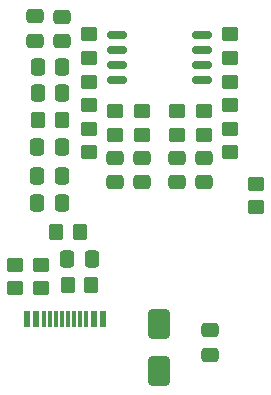
<source format=gbr>
%TF.GenerationSoftware,KiCad,Pcbnew,9.0.4*%
%TF.CreationDate,2025-09-28T00:51:42+02:00*%
%TF.ProjectId,BTM308-host-bottom,42544d33-3038-42d6-986f-73742d626f74,rev?*%
%TF.SameCoordinates,Original*%
%TF.FileFunction,Paste,Top*%
%TF.FilePolarity,Positive*%
%FSLAX46Y46*%
G04 Gerber Fmt 4.6, Leading zero omitted, Abs format (unit mm)*
G04 Created by KiCad (PCBNEW 9.0.4) date 2025-09-28 00:51:42*
%MOMM*%
%LPD*%
G01*
G04 APERTURE LIST*
G04 Aperture macros list*
%AMRoundRect*
0 Rectangle with rounded corners*
0 $1 Rounding radius*
0 $2 $3 $4 $5 $6 $7 $8 $9 X,Y pos of 4 corners*
0 Add a 4 corners polygon primitive as box body*
4,1,4,$2,$3,$4,$5,$6,$7,$8,$9,$2,$3,0*
0 Add four circle primitives for the rounded corners*
1,1,$1+$1,$2,$3*
1,1,$1+$1,$4,$5*
1,1,$1+$1,$6,$7*
1,1,$1+$1,$8,$9*
0 Add four rect primitives between the rounded corners*
20,1,$1+$1,$2,$3,$4,$5,0*
20,1,$1+$1,$4,$5,$6,$7,0*
20,1,$1+$1,$6,$7,$8,$9,0*
20,1,$1+$1,$8,$9,$2,$3,0*%
G04 Aperture macros list end*
%ADD10RoundRect,0.250000X-0.337500X-0.475000X0.337500X-0.475000X0.337500X0.475000X-0.337500X0.475000X0*%
%ADD11RoundRect,0.250000X0.450000X-0.350000X0.450000X0.350000X-0.450000X0.350000X-0.450000X-0.350000X0*%
%ADD12RoundRect,0.250000X0.350000X0.450000X-0.350000X0.450000X-0.350000X-0.450000X0.350000X-0.450000X0*%
%ADD13RoundRect,0.250000X-0.650000X1.000000X-0.650000X-1.000000X0.650000X-1.000000X0.650000X1.000000X0*%
%ADD14RoundRect,0.162500X-0.650000X-0.162500X0.650000X-0.162500X0.650000X0.162500X-0.650000X0.162500X0*%
%ADD15RoundRect,0.250000X-0.450000X0.350000X-0.450000X-0.350000X0.450000X-0.350000X0.450000X0.350000X0*%
%ADD16RoundRect,0.250000X0.475000X-0.337500X0.475000X0.337500X-0.475000X0.337500X-0.475000X-0.337500X0*%
%ADD17RoundRect,0.250000X-0.350000X-0.450000X0.350000X-0.450000X0.350000X0.450000X-0.350000X0.450000X0*%
%ADD18RoundRect,0.250000X-0.475000X0.337500X-0.475000X-0.337500X0.475000X-0.337500X0.475000X0.337500X0*%
%ADD19RoundRect,0.250000X0.337500X0.475000X-0.337500X0.475000X-0.337500X-0.475000X0.337500X-0.475000X0*%
%ADD20R,0.600000X1.450000*%
%ADD21R,0.300000X1.450000*%
G04 APERTURE END LIST*
D10*
%TO.C,C5*%
X147712500Y-70250000D03*
X149787500Y-70250000D03*
%TD*%
D11*
%TO.C,R20*%
X152000000Y-67250000D03*
X152000000Y-65250000D03*
%TD*%
D12*
%TO.C,R16*%
X152250000Y-86500000D03*
X150250000Y-86500000D03*
%TD*%
D11*
%TO.C,R19*%
X164000000Y-67250000D03*
X164000000Y-65250000D03*
%TD*%
D10*
%TO.C,C4*%
X147675000Y-77250000D03*
X149750000Y-77250000D03*
%TD*%
D11*
%TO.C,R17*%
X145750000Y-86737500D03*
X145750000Y-84737500D03*
%TD*%
D10*
%TO.C,C3*%
X147675000Y-79500000D03*
X149750000Y-79500000D03*
%TD*%
%TO.C,C12*%
X150212500Y-84250000D03*
X152287500Y-84250000D03*
%TD*%
D13*
%TO.C,D3*%
X158000000Y-89737500D03*
X158000000Y-93737500D03*
%TD*%
D14*
%TO.C,U2*%
X154412500Y-65345000D03*
X154412500Y-66615000D03*
X154412500Y-67885000D03*
X154412500Y-69155000D03*
X161587500Y-69155000D03*
X161587500Y-67885000D03*
X161587500Y-66615000D03*
X161587500Y-65345000D03*
%TD*%
D15*
%TO.C,R9*%
X154250000Y-71750000D03*
X154250000Y-73750000D03*
%TD*%
D11*
%TO.C,R6*%
X152000000Y-75250000D03*
X152000000Y-73250000D03*
%TD*%
%TO.C,R7*%
X156500000Y-73750000D03*
X156500000Y-71750000D03*
%TD*%
D15*
%TO.C,R13*%
X161750000Y-71750000D03*
X161750000Y-73750000D03*
%TD*%
D11*
%TO.C,R10*%
X164000000Y-75250000D03*
X164000000Y-73250000D03*
%TD*%
D16*
%TO.C,C8*%
X156500000Y-77787500D03*
X156500000Y-75712500D03*
%TD*%
%TO.C,C6*%
X161750000Y-77787500D03*
X161750000Y-75712500D03*
%TD*%
D10*
%TO.C,C10*%
X147712500Y-68000000D03*
X149787500Y-68000000D03*
%TD*%
D11*
%TO.C,R11*%
X159500000Y-73750000D03*
X159500000Y-71750000D03*
%TD*%
D17*
%TO.C,R15*%
X147750000Y-72500000D03*
X149750000Y-72500000D03*
%TD*%
D16*
%TO.C,C11*%
X147500000Y-65787500D03*
X147500000Y-63712500D03*
%TD*%
D18*
%TO.C,C1*%
X162250000Y-90312500D03*
X162250000Y-92387500D03*
%TD*%
D16*
%TO.C,C7*%
X154250000Y-77787500D03*
X154250000Y-75712500D03*
%TD*%
D19*
%TO.C,C13*%
X149750000Y-74750000D03*
X147675000Y-74750000D03*
%TD*%
D11*
%TO.C,R8*%
X152000000Y-71250000D03*
X152000000Y-69250000D03*
%TD*%
%TO.C,R12*%
X164000000Y-71250000D03*
X164000000Y-69250000D03*
%TD*%
D17*
%TO.C,R14*%
X149250000Y-82000000D03*
X151250000Y-82000000D03*
%TD*%
D16*
%TO.C,C9*%
X159500000Y-77787500D03*
X159500000Y-75712500D03*
%TD*%
D11*
%TO.C,R18*%
X148000000Y-86737500D03*
X148000000Y-84737500D03*
%TD*%
%TO.C,R21*%
X166200000Y-79900000D03*
X166200000Y-77900000D03*
%TD*%
D20*
%TO.C,J2*%
X146750000Y-89352500D03*
X147550000Y-89352500D03*
D21*
X148750000Y-89352500D03*
X149750000Y-89352500D03*
X150250000Y-89352500D03*
X151250000Y-89352500D03*
D20*
X152450000Y-89352500D03*
X153250000Y-89352500D03*
X153250000Y-89352500D03*
X152450000Y-89352500D03*
D21*
X151750000Y-89352500D03*
X150750000Y-89352500D03*
X149250000Y-89352500D03*
X148250000Y-89352500D03*
D20*
X147550000Y-89352500D03*
X146750000Y-89352500D03*
%TD*%
D16*
%TO.C,C2*%
X149750000Y-65825000D03*
X149750000Y-63750000D03*
%TD*%
M02*

</source>
